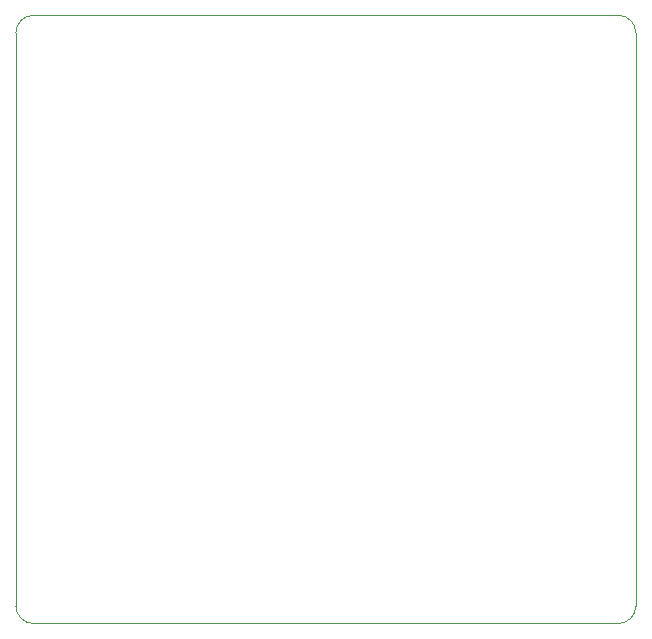
<source format=gbr>
%TF.GenerationSoftware,KiCad,Pcbnew,9.0.7*%
%TF.CreationDate,2026-01-06T14:06:23-08:00*%
%TF.ProjectId,uno2pi,756e6f32-7069-42e6-9b69-6361645f7063,rev?*%
%TF.SameCoordinates,Original*%
%TF.FileFunction,Profile,NP*%
%FSLAX46Y46*%
G04 Gerber Fmt 4.6, Leading zero omitted, Abs format (unit mm)*
G04 Created by KiCad (PCBNEW 9.0.7) date 2026-01-06 14:06:23*
%MOMM*%
%LPD*%
G01*
G04 APERTURE LIST*
%TA.AperFunction,Profile*%
%ADD10C,0.050000*%
%TD*%
G04 APERTURE END LIST*
D10*
X185500000Y-150500000D02*
X185000000Y-150500000D01*
X136000000Y-99000000D02*
X184500000Y-99000000D01*
X185000000Y-150500000D02*
X136000000Y-150500000D01*
X187000000Y-149000000D02*
G75*
G02*
X185500000Y-150500000I-1500000J0D01*
G01*
X136000000Y-150500000D02*
G75*
G02*
X134500000Y-149000000I0J1500000D01*
G01*
X187000000Y-100500000D02*
X187000000Y-149000000D01*
X134500000Y-149000000D02*
X134500000Y-100500000D01*
X185500000Y-99000000D02*
X184500000Y-99000000D01*
X134500000Y-100500000D02*
G75*
G02*
X136000000Y-99000000I1500000J0D01*
G01*
X185500000Y-99000000D02*
G75*
G02*
X187000000Y-100500000I0J-1500000D01*
G01*
M02*

</source>
